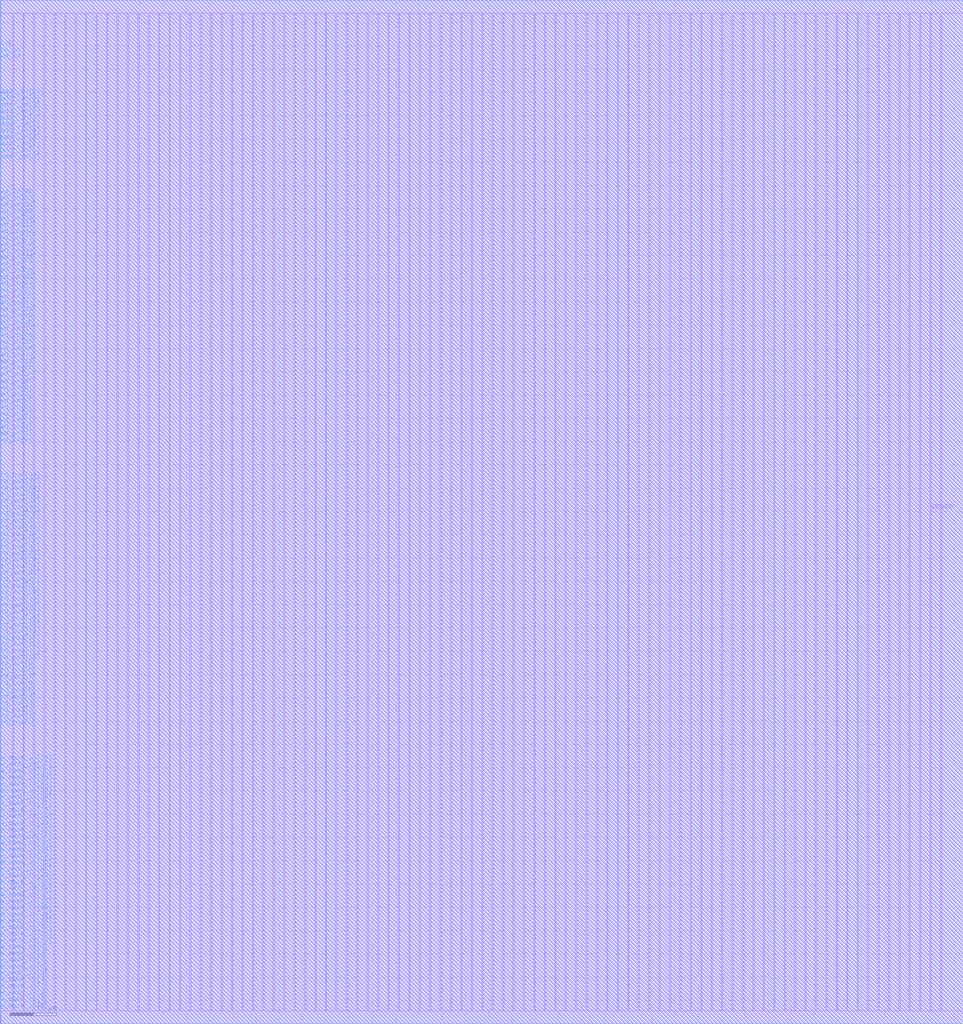
<source format=lef>
VERSION 5.7 ;
BUSBITCHARS "[]" ;
MACRO fakeram45_2048x39_bottom
  FOREIGN fakeram45_2048x39_bottom 0 0 ;
  SYMMETRY X Y R90 ;
  SIZE 0.19 BY 1.4 ;
  CLASS BLOCK ;
  PIN w_mask_in[0]
    DIRECTION INPUT ;
    USE SIGNAL ;
    SHAPE ABUTMENT ;
    PORT
      LAYER metal3 ;
      RECT 0.000 2.800 0.070 2.870 ;
    END
  END w_mask_in[0]
  PIN w_mask_in[1]
    DIRECTION INPUT ;
    USE SIGNAL ;
    SHAPE ABUTMENT ;
    PORT
      LAYER metal3 ;
      RECT 0.000 4.200 0.070 4.270 ;
    END
  END w_mask_in[1]
  PIN w_mask_in[2]
    DIRECTION INPUT ;
    USE SIGNAL ;
    SHAPE ABUTMENT ;
    PORT
      LAYER metal3 ;
      RECT 0.000 5.600 0.070 5.670 ;
    END
  END w_mask_in[2]
  PIN w_mask_in[3]
    DIRECTION INPUT ;
    USE SIGNAL ;
    SHAPE ABUTMENT ;
    PORT
      LAYER metal3 ;
      RECT 0.000 7.000 0.070 7.070 ;
    END
  END w_mask_in[3]
  PIN w_mask_in[4]
    DIRECTION INPUT ;
    USE SIGNAL ;
    SHAPE ABUTMENT ;
    PORT
      LAYER metal3 ;
      RECT 0.000 8.400 0.070 8.470 ;
    END
  END w_mask_in[4]
  PIN w_mask_in[5]
    DIRECTION INPUT ;
    USE SIGNAL ;
    SHAPE ABUTMENT ;
    PORT
      LAYER metal3 ;
      RECT 0.000 9.800 0.070 9.870 ;
    END
  END w_mask_in[5]
  PIN w_mask_in[6]
    DIRECTION INPUT ;
    USE SIGNAL ;
    SHAPE ABUTMENT ;
    PORT
      LAYER metal3 ;
      RECT 0.000 11.200 0.070 11.270 ;
    END
  END w_mask_in[6]
  PIN w_mask_in[7]
    DIRECTION INPUT ;
    USE SIGNAL ;
    SHAPE ABUTMENT ;
    PORT
      LAYER metal3 ;
      RECT 0.000 12.600 0.070 12.670 ;
    END
  END w_mask_in[7]
  PIN w_mask_in[8]
    DIRECTION INPUT ;
    USE SIGNAL ;
    SHAPE ABUTMENT ;
    PORT
      LAYER metal3 ;
      RECT 0.000 14.000 0.070 14.070 ;
    END
  END w_mask_in[8]
  PIN w_mask_in[9]
    DIRECTION INPUT ;
    USE SIGNAL ;
    SHAPE ABUTMENT ;
    PORT
      LAYER metal3 ;
      RECT 0.000 15.400 0.070 15.470 ;
    END
  END w_mask_in[9]
  PIN w_mask_in[10]
    DIRECTION INPUT ;
    USE SIGNAL ;
    SHAPE ABUTMENT ;
    PORT
      LAYER metal3 ;
      RECT 0.000 16.800 0.070 16.870 ;
    END
  END w_mask_in[10]
  PIN w_mask_in[11]
    DIRECTION INPUT ;
    USE SIGNAL ;
    SHAPE ABUTMENT ;
    PORT
      LAYER metal3 ;
      RECT 0.000 18.200 0.070 18.270 ;
    END
  END w_mask_in[11]
  PIN w_mask_in[12]
    DIRECTION INPUT ;
    USE SIGNAL ;
    SHAPE ABUTMENT ;
    PORT
      LAYER metal3 ;
      RECT 0.000 19.600 0.070 19.670 ;
    END
  END w_mask_in[12]
  PIN w_mask_in[13]
    DIRECTION INPUT ;
    USE SIGNAL ;
    SHAPE ABUTMENT ;
    PORT
      LAYER metal3 ;
      RECT 0.000 21.000 0.070 21.070 ;
    END
  END w_mask_in[13]
  PIN w_mask_in[14]
    DIRECTION INPUT ;
    USE SIGNAL ;
    SHAPE ABUTMENT ;
    PORT
      LAYER metal3 ;
      RECT 0.000 22.400 0.070 22.470 ;
    END
  END w_mask_in[14]
  PIN w_mask_in[15]
    DIRECTION INPUT ;
    USE SIGNAL ;
    SHAPE ABUTMENT ;
    PORT
      LAYER metal3 ;
      RECT 0.000 23.800 0.070 23.870 ;
    END
  END w_mask_in[15]
  PIN w_mask_in[16]
    DIRECTION INPUT ;
    USE SIGNAL ;
    SHAPE ABUTMENT ;
    PORT
      LAYER metal3 ;
      RECT 0.000 25.200 0.070 25.270 ;
    END
  END w_mask_in[16]
  PIN w_mask_in[17]
    DIRECTION INPUT ;
    USE SIGNAL ;
    SHAPE ABUTMENT ;
    PORT
      LAYER metal3 ;
      RECT 0.000 26.600 0.070 26.670 ;
    END
  END w_mask_in[17]
  PIN w_mask_in[18]
    DIRECTION INPUT ;
    USE SIGNAL ;
    SHAPE ABUTMENT ;
    PORT
      LAYER metal3 ;
      RECT 0.000 28.000 0.070 28.070 ;
    END
  END w_mask_in[18]
  PIN w_mask_in[19]
    DIRECTION INPUT ;
    USE SIGNAL ;
    SHAPE ABUTMENT ;
    PORT
      LAYER metal3 ;
      RECT 0.000 29.400 0.070 29.470 ;
    END
  END w_mask_in[19]
  PIN w_mask_in[20]
    DIRECTION INPUT ;
    USE SIGNAL ;
    SHAPE ABUTMENT ;
    PORT
      LAYER metal3 ;
      RECT 0.000 30.800 0.070 30.870 ;
    END
  END w_mask_in[20]
  PIN w_mask_in[21]
    DIRECTION INPUT ;
    USE SIGNAL ;
    SHAPE ABUTMENT ;
    PORT
      LAYER metal3 ;
      RECT 0.000 32.200 0.070 32.270 ;
    END
  END w_mask_in[21]
  PIN w_mask_in[22]
    DIRECTION INPUT ;
    USE SIGNAL ;
    SHAPE ABUTMENT ;
    PORT
      LAYER metal3 ;
      RECT 0.000 33.600 0.070 33.670 ;
    END
  END w_mask_in[22]
  PIN w_mask_in[23]
    DIRECTION INPUT ;
    USE SIGNAL ;
    SHAPE ABUTMENT ;
    PORT
      LAYER metal3 ;
      RECT 0.000 35.000 0.070 35.070 ;
    END
  END w_mask_in[23]
  PIN w_mask_in[24]
    DIRECTION INPUT ;
    USE SIGNAL ;
    SHAPE ABUTMENT ;
    PORT
      LAYER metal3 ;
      RECT 0.000 36.400 0.070 36.470 ;
    END
  END w_mask_in[24]
  PIN w_mask_in[25]
    DIRECTION INPUT ;
    USE SIGNAL ;
    SHAPE ABUTMENT ;
    PORT
      LAYER metal3 ;
      RECT 0.000 37.800 0.070 37.870 ;
    END
  END w_mask_in[25]
  PIN w_mask_in[26]
    DIRECTION INPUT ;
    USE SIGNAL ;
    SHAPE ABUTMENT ;
    PORT
      LAYER metal3 ;
      RECT 0.000 39.200 0.070 39.270 ;
    END
  END w_mask_in[26]
  PIN w_mask_in[27]
    DIRECTION INPUT ;
    USE SIGNAL ;
    SHAPE ABUTMENT ;
    PORT
      LAYER metal3 ;
      RECT 0.000 40.600 0.070 40.670 ;
    END
  END w_mask_in[27]
  PIN w_mask_in[28]
    DIRECTION INPUT ;
    USE SIGNAL ;
    SHAPE ABUTMENT ;
    PORT
      LAYER metal3 ;
      RECT 0.000 42.000 0.070 42.070 ;
    END
  END w_mask_in[28]
  PIN w_mask_in[29]
    DIRECTION INPUT ;
    USE SIGNAL ;
    SHAPE ABUTMENT ;
    PORT
      LAYER metal3 ;
      RECT 0.000 43.400 0.070 43.470 ;
    END
  END w_mask_in[29]
  PIN w_mask_in[30]
    DIRECTION INPUT ;
    USE SIGNAL ;
    SHAPE ABUTMENT ;
    PORT
      LAYER metal3 ;
      RECT 0.000 44.800 0.070 44.870 ;
    END
  END w_mask_in[30]
  PIN w_mask_in[31]
    DIRECTION INPUT ;
    USE SIGNAL ;
    SHAPE ABUTMENT ;
    PORT
      LAYER metal3 ;
      RECT 0.000 46.200 0.070 46.270 ;
    END
  END w_mask_in[31]
  PIN w_mask_in[32]
    DIRECTION INPUT ;
    USE SIGNAL ;
    SHAPE ABUTMENT ;
    PORT
      LAYER metal3 ;
      RECT 0.000 47.600 0.070 47.670 ;
    END
  END w_mask_in[32]
  PIN w_mask_in[33]
    DIRECTION INPUT ;
    USE SIGNAL ;
    SHAPE ABUTMENT ;
    PORT
      LAYER metal3 ;
      RECT 0.000 49.000 0.070 49.070 ;
    END
  END w_mask_in[33]
  PIN w_mask_in[34]
    DIRECTION INPUT ;
    USE SIGNAL ;
    SHAPE ABUTMENT ;
    PORT
      LAYER metal3 ;
      RECT 0.000 50.400 0.070 50.470 ;
    END
  END w_mask_in[34]
  PIN w_mask_in[35]
    DIRECTION INPUT ;
    USE SIGNAL ;
    SHAPE ABUTMENT ;
    PORT
      LAYER metal3 ;
      RECT 0.000 51.800 0.070 51.870 ;
    END
  END w_mask_in[35]
  PIN w_mask_in[36]
    DIRECTION INPUT ;
    USE SIGNAL ;
    SHAPE ABUTMENT ;
    PORT
      LAYER metal3 ;
      RECT 0.000 53.200 0.070 53.270 ;
    END
  END w_mask_in[36]
  PIN w_mask_in[37]
    DIRECTION INPUT ;
    USE SIGNAL ;
    SHAPE ABUTMENT ;
    PORT
      LAYER metal3 ;
      RECT 0.000 54.600 0.070 54.670 ;
    END
  END w_mask_in[37]
  PIN w_mask_in[38]
    DIRECTION INPUT ;
    USE SIGNAL ;
    SHAPE ABUTMENT ;
    PORT
      LAYER metal3 ;
      RECT 0.000 56.000 0.070 56.070 ;
    END
  END w_mask_in[38]
  PIN rd_out[0]
    DIRECTION OUTPUT ;
    USE SIGNAL ;
    SHAPE ABUTMENT ;
    PORT
      LAYER metal3 ;
      RECT 0.000 63.560 0.070 63.630 ;
    END
  END rd_out[0]
  PIN rd_out[1]
    DIRECTION OUTPUT ;
    USE SIGNAL ;
    SHAPE ABUTMENT ;
    PORT
      LAYER metal3 ;
      RECT 0.000 64.960 0.070 65.030 ;
    END
  END rd_out[1]
  PIN rd_out[2]
    DIRECTION OUTPUT ;
    USE SIGNAL ;
    SHAPE ABUTMENT ;
    PORT
      LAYER metal3 ;
      RECT 0.000 66.360 0.070 66.430 ;
    END
  END rd_out[2]
  PIN rd_out[3]
    DIRECTION OUTPUT ;
    USE SIGNAL ;
    SHAPE ABUTMENT ;
    PORT
      LAYER metal3 ;
      RECT 0.000 67.760 0.070 67.830 ;
    END
  END rd_out[3]
  PIN rd_out[4]
    DIRECTION OUTPUT ;
    USE SIGNAL ;
    SHAPE ABUTMENT ;
    PORT
      LAYER metal3 ;
      RECT 0.000 69.160 0.070 69.230 ;
    END
  END rd_out[4]
  PIN rd_out[5]
    DIRECTION OUTPUT ;
    USE SIGNAL ;
    SHAPE ABUTMENT ;
    PORT
      LAYER metal3 ;
      RECT 0.000 70.560 0.070 70.630 ;
    END
  END rd_out[5]
  PIN rd_out[6]
    DIRECTION OUTPUT ;
    USE SIGNAL ;
    SHAPE ABUTMENT ;
    PORT
      LAYER metal3 ;
      RECT 0.000 71.960 0.070 72.030 ;
    END
  END rd_out[6]
  PIN rd_out[7]
    DIRECTION OUTPUT ;
    USE SIGNAL ;
    SHAPE ABUTMENT ;
    PORT
      LAYER metal3 ;
      RECT 0.000 73.360 0.070 73.430 ;
    END
  END rd_out[7]
  PIN rd_out[8]
    DIRECTION OUTPUT ;
    USE SIGNAL ;
    SHAPE ABUTMENT ;
    PORT
      LAYER metal3 ;
      RECT 0.000 74.760 0.070 74.830 ;
    END
  END rd_out[8]
  PIN rd_out[9]
    DIRECTION OUTPUT ;
    USE SIGNAL ;
    SHAPE ABUTMENT ;
    PORT
      LAYER metal3 ;
      RECT 0.000 76.160 0.070 76.230 ;
    END
  END rd_out[9]
  PIN rd_out[10]
    DIRECTION OUTPUT ;
    USE SIGNAL ;
    SHAPE ABUTMENT ;
    PORT
      LAYER metal3 ;
      RECT 0.000 77.560 0.070 77.630 ;
    END
  END rd_out[10]
  PIN rd_out[11]
    DIRECTION OUTPUT ;
    USE SIGNAL ;
    SHAPE ABUTMENT ;
    PORT
      LAYER metal3 ;
      RECT 0.000 78.960 0.070 79.030 ;
    END
  END rd_out[11]
  PIN rd_out[12]
    DIRECTION OUTPUT ;
    USE SIGNAL ;
    SHAPE ABUTMENT ;
    PORT
      LAYER metal3 ;
      RECT 0.000 80.360 0.070 80.430 ;
    END
  END rd_out[12]
  PIN rd_out[13]
    DIRECTION OUTPUT ;
    USE SIGNAL ;
    SHAPE ABUTMENT ;
    PORT
      LAYER metal3 ;
      RECT 0.000 81.760 0.070 81.830 ;
    END
  END rd_out[13]
  PIN rd_out[14]
    DIRECTION OUTPUT ;
    USE SIGNAL ;
    SHAPE ABUTMENT ;
    PORT
      LAYER metal3 ;
      RECT 0.000 83.160 0.070 83.230 ;
    END
  END rd_out[14]
  PIN rd_out[15]
    DIRECTION OUTPUT ;
    USE SIGNAL ;
    SHAPE ABUTMENT ;
    PORT
      LAYER metal3 ;
      RECT 0.000 84.560 0.070 84.630 ;
    END
  END rd_out[15]
  PIN rd_out[16]
    DIRECTION OUTPUT ;
    USE SIGNAL ;
    SHAPE ABUTMENT ;
    PORT
      LAYER metal3 ;
      RECT 0.000 85.960 0.070 86.030 ;
    END
  END rd_out[16]
  PIN rd_out[17]
    DIRECTION OUTPUT ;
    USE SIGNAL ;
    SHAPE ABUTMENT ;
    PORT
      LAYER metal3 ;
      RECT 0.000 87.360 0.070 87.430 ;
    END
  END rd_out[17]
  PIN rd_out[18]
    DIRECTION OUTPUT ;
    USE SIGNAL ;
    SHAPE ABUTMENT ;
    PORT
      LAYER metal3 ;
      RECT 0.000 88.760 0.070 88.830 ;
    END
  END rd_out[18]
  PIN rd_out[19]
    DIRECTION OUTPUT ;
    USE SIGNAL ;
    SHAPE ABUTMENT ;
    PORT
      LAYER metal3 ;
      RECT 0.000 90.160 0.070 90.230 ;
    END
  END rd_out[19]
  PIN rd_out[20]
    DIRECTION OUTPUT ;
    USE SIGNAL ;
    SHAPE ABUTMENT ;
    PORT
      LAYER metal3 ;
      RECT 0.000 91.560 0.070 91.630 ;
    END
  END rd_out[20]
  PIN rd_out[21]
    DIRECTION OUTPUT ;
    USE SIGNAL ;
    SHAPE ABUTMENT ;
    PORT
      LAYER metal3 ;
      RECT 0.000 92.960 0.070 93.030 ;
    END
  END rd_out[21]
  PIN rd_out[22]
    DIRECTION OUTPUT ;
    USE SIGNAL ;
    SHAPE ABUTMENT ;
    PORT
      LAYER metal3 ;
      RECT 0.000 94.360 0.070 94.430 ;
    END
  END rd_out[22]
  PIN rd_out[23]
    DIRECTION OUTPUT ;
    USE SIGNAL ;
    SHAPE ABUTMENT ;
    PORT
      LAYER metal3 ;
      RECT 0.000 95.760 0.070 95.830 ;
    END
  END rd_out[23]
  PIN rd_out[24]
    DIRECTION OUTPUT ;
    USE SIGNAL ;
    SHAPE ABUTMENT ;
    PORT
      LAYER metal3 ;
      RECT 0.000 97.160 0.070 97.230 ;
    END
  END rd_out[24]
  PIN rd_out[25]
    DIRECTION OUTPUT ;
    USE SIGNAL ;
    SHAPE ABUTMENT ;
    PORT
      LAYER metal3 ;
      RECT 0.000 98.560 0.070 98.630 ;
    END
  END rd_out[25]
  PIN rd_out[26]
    DIRECTION OUTPUT ;
    USE SIGNAL ;
    SHAPE ABUTMENT ;
    PORT
      LAYER metal3 ;
      RECT 0.000 99.960 0.070 100.030 ;
    END
  END rd_out[26]
  PIN rd_out[27]
    DIRECTION OUTPUT ;
    USE SIGNAL ;
    SHAPE ABUTMENT ;
    PORT
      LAYER metal3 ;
      RECT 0.000 101.360 0.070 101.430 ;
    END
  END rd_out[27]
  PIN rd_out[28]
    DIRECTION OUTPUT ;
    USE SIGNAL ;
    SHAPE ABUTMENT ;
    PORT
      LAYER metal3 ;
      RECT 0.000 102.760 0.070 102.830 ;
    END
  END rd_out[28]
  PIN rd_out[29]
    DIRECTION OUTPUT ;
    USE SIGNAL ;
    SHAPE ABUTMENT ;
    PORT
      LAYER metal3 ;
      RECT 0.000 104.160 0.070 104.230 ;
    END
  END rd_out[29]
  PIN rd_out[30]
    DIRECTION OUTPUT ;
    USE SIGNAL ;
    SHAPE ABUTMENT ;
    PORT
      LAYER metal3 ;
      RECT 0.000 105.560 0.070 105.630 ;
    END
  END rd_out[30]
  PIN rd_out[31]
    DIRECTION OUTPUT ;
    USE SIGNAL ;
    SHAPE ABUTMENT ;
    PORT
      LAYER metal3 ;
      RECT 0.000 106.960 0.070 107.030 ;
    END
  END rd_out[31]
  PIN rd_out[32]
    DIRECTION OUTPUT ;
    USE SIGNAL ;
    SHAPE ABUTMENT ;
    PORT
      LAYER metal3 ;
      RECT 0.000 108.360 0.070 108.430 ;
    END
  END rd_out[32]
  PIN rd_out[33]
    DIRECTION OUTPUT ;
    USE SIGNAL ;
    SHAPE ABUTMENT ;
    PORT
      LAYER metal3 ;
      RECT 0.000 109.760 0.070 109.830 ;
    END
  END rd_out[33]
  PIN rd_out[34]
    DIRECTION OUTPUT ;
    USE SIGNAL ;
    SHAPE ABUTMENT ;
    PORT
      LAYER metal3 ;
      RECT 0.000 111.160 0.070 111.230 ;
    END
  END rd_out[34]
  PIN rd_out[35]
    DIRECTION OUTPUT ;
    USE SIGNAL ;
    SHAPE ABUTMENT ;
    PORT
      LAYER metal3 ;
      RECT 0.000 112.560 0.070 112.630 ;
    END
  END rd_out[35]
  PIN rd_out[36]
    DIRECTION OUTPUT ;
    USE SIGNAL ;
    SHAPE ABUTMENT ;
    PORT
      LAYER metal3 ;
      RECT 0.000 113.960 0.070 114.030 ;
    END
  END rd_out[36]
  PIN rd_out[37]
    DIRECTION OUTPUT ;
    USE SIGNAL ;
    SHAPE ABUTMENT ;
    PORT
      LAYER metal3 ;
      RECT 0.000 115.360 0.070 115.430 ;
    END
  END rd_out[37]
  PIN rd_out[38]
    DIRECTION OUTPUT ;
    USE SIGNAL ;
    SHAPE ABUTMENT ;
    PORT
      LAYER metal3 ;
      RECT 0.000 116.760 0.070 116.830 ;
    END
  END rd_out[38]
  PIN wd_in[0]
    DIRECTION INPUT ;
    USE SIGNAL ;
    SHAPE ABUTMENT ;
    PORT
      LAYER metal3 ;
      RECT 0.000 124.320 0.070 124.390 ;
    END
  END wd_in[0]
  PIN wd_in[1]
    DIRECTION INPUT ;
    USE SIGNAL ;
    SHAPE ABUTMENT ;
    PORT
      LAYER metal3 ;
      RECT 0.000 125.720 0.070 125.790 ;
    END
  END wd_in[1]
  PIN wd_in[2]
    DIRECTION INPUT ;
    USE SIGNAL ;
    SHAPE ABUTMENT ;
    PORT
      LAYER metal3 ;
      RECT 0.000 127.120 0.070 127.190 ;
    END
  END wd_in[2]
  PIN wd_in[3]
    DIRECTION INPUT ;
    USE SIGNAL ;
    SHAPE ABUTMENT ;
    PORT
      LAYER metal3 ;
      RECT 0.000 128.520 0.070 128.590 ;
    END
  END wd_in[3]
  PIN wd_in[4]
    DIRECTION INPUT ;
    USE SIGNAL ;
    SHAPE ABUTMENT ;
    PORT
      LAYER metal3 ;
      RECT 0.000 129.920 0.070 129.990 ;
    END
  END wd_in[4]
  PIN wd_in[5]
    DIRECTION INPUT ;
    USE SIGNAL ;
    SHAPE ABUTMENT ;
    PORT
      LAYER metal3 ;
      RECT 0.000 131.320 0.070 131.390 ;
    END
  END wd_in[5]
  PIN wd_in[6]
    DIRECTION INPUT ;
    USE SIGNAL ;
    SHAPE ABUTMENT ;
    PORT
      LAYER metal3 ;
      RECT 0.000 132.720 0.070 132.790 ;
    END
  END wd_in[6]
  PIN wd_in[7]
    DIRECTION INPUT ;
    USE SIGNAL ;
    SHAPE ABUTMENT ;
    PORT
      LAYER metal3 ;
      RECT 0.000 134.120 0.070 134.190 ;
    END
  END wd_in[7]
  PIN wd_in[8]
    DIRECTION INPUT ;
    USE SIGNAL ;
    SHAPE ABUTMENT ;
    PORT
      LAYER metal3 ;
      RECT 0.000 135.520 0.070 135.590 ;
    END
  END wd_in[8]
  PIN wd_in[9]
    DIRECTION INPUT ;
    USE SIGNAL ;
    SHAPE ABUTMENT ;
    PORT
      LAYER metal3 ;
      RECT 0.000 136.920 0.070 136.990 ;
    END
  END wd_in[9]
  PIN wd_in[10]
    DIRECTION INPUT ;
    USE SIGNAL ;
    SHAPE ABUTMENT ;
    PORT
      LAYER metal3 ;
      RECT 0.000 138.320 0.070 138.390 ;
    END
  END wd_in[10]
  PIN wd_in[11]
    DIRECTION INPUT ;
    USE SIGNAL ;
    SHAPE ABUTMENT ;
    PORT
      LAYER metal3 ;
      RECT 0.000 139.720 0.070 139.790 ;
    END
  END wd_in[11]
  PIN wd_in[12]
    DIRECTION INPUT ;
    USE SIGNAL ;
    SHAPE ABUTMENT ;
    PORT
      LAYER metal3 ;
      RECT 0.000 141.120 0.070 141.190 ;
    END
  END wd_in[12]
  PIN wd_in[13]
    DIRECTION INPUT ;
    USE SIGNAL ;
    SHAPE ABUTMENT ;
    PORT
      LAYER metal3 ;
      RECT 0.000 142.520 0.070 142.590 ;
    END
  END wd_in[13]
  PIN wd_in[14]
    DIRECTION INPUT ;
    USE SIGNAL ;
    SHAPE ABUTMENT ;
    PORT
      LAYER metal3 ;
      RECT 0.000 143.920 0.070 143.990 ;
    END
  END wd_in[14]
  PIN wd_in[15]
    DIRECTION INPUT ;
    USE SIGNAL ;
    SHAPE ABUTMENT ;
    PORT
      LAYER metal3 ;
      RECT 0.000 145.320 0.070 145.390 ;
    END
  END wd_in[15]
  PIN wd_in[16]
    DIRECTION INPUT ;
    USE SIGNAL ;
    SHAPE ABUTMENT ;
    PORT
      LAYER metal3 ;
      RECT 0.000 146.720 0.070 146.790 ;
    END
  END wd_in[16]
  PIN wd_in[17]
    DIRECTION INPUT ;
    USE SIGNAL ;
    SHAPE ABUTMENT ;
    PORT
      LAYER metal3 ;
      RECT 0.000 148.120 0.070 148.190 ;
    END
  END wd_in[17]
  PIN wd_in[18]
    DIRECTION INPUT ;
    USE SIGNAL ;
    SHAPE ABUTMENT ;
    PORT
      LAYER metal3 ;
      RECT 0.000 149.520 0.070 149.590 ;
    END
  END wd_in[18]
  PIN wd_in[19]
    DIRECTION INPUT ;
    USE SIGNAL ;
    SHAPE ABUTMENT ;
    PORT
      LAYER metal3 ;
      RECT 0.000 150.920 0.070 150.990 ;
    END
  END wd_in[19]
  PIN wd_in[20]
    DIRECTION INPUT ;
    USE SIGNAL ;
    SHAPE ABUTMENT ;
    PORT
      LAYER metal3 ;
      RECT 0.000 152.320 0.070 152.390 ;
    END
  END wd_in[20]
  PIN wd_in[21]
    DIRECTION INPUT ;
    USE SIGNAL ;
    SHAPE ABUTMENT ;
    PORT
      LAYER metal3 ;
      RECT 0.000 153.720 0.070 153.790 ;
    END
  END wd_in[21]
  PIN wd_in[22]
    DIRECTION INPUT ;
    USE SIGNAL ;
    SHAPE ABUTMENT ;
    PORT
      LAYER metal3 ;
      RECT 0.000 155.120 0.070 155.190 ;
    END
  END wd_in[22]
  PIN wd_in[23]
    DIRECTION INPUT ;
    USE SIGNAL ;
    SHAPE ABUTMENT ;
    PORT
      LAYER metal3 ;
      RECT 0.000 156.520 0.070 156.590 ;
    END
  END wd_in[23]
  PIN wd_in[24]
    DIRECTION INPUT ;
    USE SIGNAL ;
    SHAPE ABUTMENT ;
    PORT
      LAYER metal3 ;
      RECT 0.000 157.920 0.070 157.990 ;
    END
  END wd_in[24]
  PIN wd_in[25]
    DIRECTION INPUT ;
    USE SIGNAL ;
    SHAPE ABUTMENT ;
    PORT
      LAYER metal3 ;
      RECT 0.000 159.320 0.070 159.390 ;
    END
  END wd_in[25]
  PIN wd_in[26]
    DIRECTION INPUT ;
    USE SIGNAL ;
    SHAPE ABUTMENT ;
    PORT
      LAYER metal3 ;
      RECT 0.000 160.720 0.070 160.790 ;
    END
  END wd_in[26]
  PIN wd_in[27]
    DIRECTION INPUT ;
    USE SIGNAL ;
    SHAPE ABUTMENT ;
    PORT
      LAYER metal3 ;
      RECT 0.000 162.120 0.070 162.190 ;
    END
  END wd_in[27]
  PIN wd_in[28]
    DIRECTION INPUT ;
    USE SIGNAL ;
    SHAPE ABUTMENT ;
    PORT
      LAYER metal3 ;
      RECT 0.000 163.520 0.070 163.590 ;
    END
  END wd_in[28]
  PIN wd_in[29]
    DIRECTION INPUT ;
    USE SIGNAL ;
    SHAPE ABUTMENT ;
    PORT
      LAYER metal3 ;
      RECT 0.000 164.920 0.070 164.990 ;
    END
  END wd_in[29]
  PIN wd_in[30]
    DIRECTION INPUT ;
    USE SIGNAL ;
    SHAPE ABUTMENT ;
    PORT
      LAYER metal3 ;
      RECT 0.000 166.320 0.070 166.390 ;
    END
  END wd_in[30]
  PIN wd_in[31]
    DIRECTION INPUT ;
    USE SIGNAL ;
    SHAPE ABUTMENT ;
    PORT
      LAYER metal3 ;
      RECT 0.000 167.720 0.070 167.790 ;
    END
  END wd_in[31]
  PIN wd_in[32]
    DIRECTION INPUT ;
    USE SIGNAL ;
    SHAPE ABUTMENT ;
    PORT
      LAYER metal3 ;
      RECT 0.000 169.120 0.070 169.190 ;
    END
  END wd_in[32]
  PIN wd_in[33]
    DIRECTION INPUT ;
    USE SIGNAL ;
    SHAPE ABUTMENT ;
    PORT
      LAYER metal3 ;
      RECT 0.000 170.520 0.070 170.590 ;
    END
  END wd_in[33]
  PIN wd_in[34]
    DIRECTION INPUT ;
    USE SIGNAL ;
    SHAPE ABUTMENT ;
    PORT
      LAYER metal3 ;
      RECT 0.000 171.920 0.070 171.990 ;
    END
  END wd_in[34]
  PIN wd_in[35]
    DIRECTION INPUT ;
    USE SIGNAL ;
    SHAPE ABUTMENT ;
    PORT
      LAYER metal3 ;
      RECT 0.000 173.320 0.070 173.390 ;
    END
  END wd_in[35]
  PIN wd_in[36]
    DIRECTION INPUT ;
    USE SIGNAL ;
    SHAPE ABUTMENT ;
    PORT
      LAYER metal3 ;
      RECT 0.000 174.720 0.070 174.790 ;
    END
  END wd_in[36]
  PIN wd_in[37]
    DIRECTION INPUT ;
    USE SIGNAL ;
    SHAPE ABUTMENT ;
    PORT
      LAYER metal3 ;
      RECT 0.000 176.120 0.070 176.190 ;
    END
  END wd_in[37]
  PIN wd_in[38]
    DIRECTION INPUT ;
    USE SIGNAL ;
    SHAPE ABUTMENT ;
    PORT
      LAYER metal3 ;
      RECT 0.000 177.520 0.070 177.590 ;
    END
  END wd_in[38]
  PIN addr_in[0]
    DIRECTION INPUT ;
    USE SIGNAL ;
    SHAPE ABUTMENT ;
    PORT
      LAYER metal3 ;
      RECT 0.000 185.080 0.070 185.150 ;
    END
  END addr_in[0]
  PIN addr_in[1]
    DIRECTION INPUT ;
    USE SIGNAL ;
    SHAPE ABUTMENT ;
    PORT
      LAYER metal3 ;
      RECT 0.000 186.480 0.070 186.550 ;
    END
  END addr_in[1]
  PIN addr_in[2]
    DIRECTION INPUT ;
    USE SIGNAL ;
    SHAPE ABUTMENT ;
    PORT
      LAYER metal3 ;
      RECT 0.000 187.880 0.070 187.950 ;
    END
  END addr_in[2]
  PIN addr_in[3]
    DIRECTION INPUT ;
    USE SIGNAL ;
    SHAPE ABUTMENT ;
    PORT
      LAYER metal3 ;
      RECT 0.000 189.280 0.070 189.350 ;
    END
  END addr_in[3]
  PIN addr_in[4]
    DIRECTION INPUT ;
    USE SIGNAL ;
    SHAPE ABUTMENT ;
    PORT
      LAYER metal3 ;
      RECT 0.000 190.680 0.070 190.750 ;
    END
  END addr_in[4]
  PIN addr_in[5]
    DIRECTION INPUT ;
    USE SIGNAL ;
    SHAPE ABUTMENT ;
    PORT
      LAYER metal3 ;
      RECT 0.000 192.080 0.070 192.150 ;
    END
  END addr_in[5]
  PIN addr_in[6]
    DIRECTION INPUT ;
    USE SIGNAL ;
    SHAPE ABUTMENT ;
    PORT
      LAYER metal3 ;
      RECT 0.000 193.480 0.070 193.550 ;
    END
  END addr_in[6]
  PIN addr_in[7]
    DIRECTION INPUT ;
    USE SIGNAL ;
    SHAPE ABUTMENT ;
    PORT
      LAYER metal3 ;
      RECT 0.000 194.880 0.070 194.950 ;
    END
  END addr_in[7]
  PIN addr_in[8]
    DIRECTION INPUT ;
    USE SIGNAL ;
    SHAPE ABUTMENT ;
    PORT
      LAYER metal3 ;
      RECT 0.000 196.280 0.070 196.350 ;
    END
  END addr_in[8]
  PIN addr_in[9]
    DIRECTION INPUT ;
    USE SIGNAL ;
    SHAPE ABUTMENT ;
    PORT
      LAYER metal3 ;
      RECT 0.000 197.680 0.070 197.750 ;
    END
  END addr_in[9]
  PIN addr_in[10]
    DIRECTION INPUT ;
    USE SIGNAL ;
    SHAPE ABUTMENT ;
    PORT
      LAYER metal3 ;
      RECT 0.000 199.080 0.070 199.150 ;
    END
  END addr_in[10]
  PIN we_in
    DIRECTION INPUT ;
    USE SIGNAL ;
    SHAPE ABUTMENT ;
    PORT
      LAYER metal3 ;
      RECT 0.000 206.640 0.070 206.710 ;
    END
  END we_in
  PIN ce_in
    DIRECTION INPUT ;
    USE SIGNAL ;
    SHAPE ABUTMENT ;
    PORT
      LAYER metal3 ;
      RECT 0.000 208.040 0.070 208.110 ;
    END
  END ce_in
  PIN clk
    DIRECTION INPUT ;
    USE SIGNAL ;
    SHAPE ABUTMENT ;
    PORT
      LAYER metal3 ;
      RECT 0.000 209.440 0.070 209.510 ;
    END
  END clk
  PIN VSS
    DIRECTION INOUT ;
    USE GROUND ;
    PORT
      LAYER metal17 ;
      RECT 2.660 2.800 2.940 217.000 ;
      RECT 7.140 2.800 7.420 217.000 ;
      RECT 11.620 2.800 11.900 217.000 ;
      RECT 16.100 2.800 16.380 217.000 ;
      RECT 20.580 2.800 20.860 217.000 ;
      RECT 25.060 2.800 25.340 217.000 ;
      RECT 29.540 2.800 29.820 217.000 ;
      RECT 34.020 2.800 34.300 217.000 ;
      RECT 38.500 2.800 38.780 217.000 ;
      RECT 42.980 2.800 43.260 217.000 ;
      RECT 47.460 2.800 47.740 217.000 ;
      RECT 51.940 2.800 52.220 217.000 ;
      RECT 56.420 2.800 56.700 217.000 ;
      RECT 60.900 2.800 61.180 217.000 ;
      RECT 65.380 2.800 65.660 217.000 ;
      RECT 69.860 2.800 70.140 217.000 ;
      RECT 74.340 2.800 74.620 217.000 ;
      RECT 78.820 2.800 79.100 217.000 ;
      RECT 83.300 2.800 83.580 217.000 ;
      RECT 87.780 2.800 88.060 217.000 ;
      RECT 92.260 2.800 92.540 217.000 ;
      RECT 96.740 2.800 97.020 217.000 ;
      RECT 101.220 2.800 101.500 217.000 ;
      RECT 105.700 2.800 105.980 217.000 ;
      RECT 110.180 2.800 110.460 217.000 ;
      RECT 114.660 2.800 114.940 217.000 ;
      RECT 119.140 2.800 119.420 217.000 ;
      RECT 123.620 2.800 123.900 217.000 ;
      RECT 128.100 2.800 128.380 217.000 ;
      RECT 132.580 2.800 132.860 217.000 ;
      RECT 137.060 2.800 137.340 217.000 ;
      RECT 141.540 2.800 141.820 217.000 ;
      RECT 146.020 2.800 146.300 217.000 ;
      RECT 150.500 2.800 150.780 217.000 ;
      RECT 154.980 2.800 155.260 217.000 ;
      RECT 159.460 2.800 159.740 217.000 ;
      RECT 163.940 2.800 164.220 217.000 ;
      RECT 168.420 2.800 168.700 217.000 ;
      RECT 172.900 2.800 173.180 217.000 ;
      RECT 177.380 2.800 177.660 217.000 ;
      RECT 181.860 2.800 182.140 217.000 ;
      RECT 186.340 2.800 186.620 217.000 ;
      RECT 190.820 2.800 191.100 217.000 ;
      RECT 195.300 2.800 195.580 217.000 ;
      RECT 199.780 2.800 200.060 217.000 ;
    END
  END VSS
  PIN VDD
    DIRECTION INOUT ;
    USE POWER ;
    PORT
      LAYER metal17 ;
      RECT 4.900 2.800 5.180 217.000 ;
      RECT 9.380 2.800 9.660 217.000 ;
      RECT 13.860 2.800 14.140 217.000 ;
      RECT 18.340 2.800 18.620 217.000 ;
      RECT 22.820 2.800 23.100 217.000 ;
      RECT 27.300 2.800 27.580 217.000 ;
      RECT 31.780 2.800 32.060 217.000 ;
      RECT 36.260 2.800 36.540 217.000 ;
      RECT 40.740 2.800 41.020 217.000 ;
      RECT 45.220 2.800 45.500 217.000 ;
      RECT 49.700 2.800 49.980 217.000 ;
      RECT 54.180 2.800 54.460 217.000 ;
      RECT 58.660 2.800 58.940 217.000 ;
      RECT 63.140 2.800 63.420 217.000 ;
      RECT 67.620 2.800 67.900 217.000 ;
      RECT 72.100 2.800 72.380 217.000 ;
      RECT 76.580 2.800 76.860 217.000 ;
      RECT 81.060 2.800 81.340 217.000 ;
      RECT 85.540 2.800 85.820 217.000 ;
      RECT 90.020 2.800 90.300 217.000 ;
      RECT 94.500 2.800 94.780 217.000 ;
      RECT 98.980 2.800 99.260 217.000 ;
      RECT 103.460 2.800 103.740 217.000 ;
      RECT 107.940 2.800 108.220 217.000 ;
      RECT 112.420 2.800 112.700 217.000 ;
      RECT 116.900 2.800 117.180 217.000 ;
      RECT 121.380 2.800 121.660 217.000 ;
      RECT 125.860 2.800 126.140 217.000 ;
      RECT 130.340 2.800 130.620 217.000 ;
      RECT 134.820 2.800 135.100 217.000 ;
      RECT 139.300 2.800 139.580 217.000 ;
      RECT 143.780 2.800 144.060 217.000 ;
      RECT 148.260 2.800 148.540 217.000 ;
      RECT 152.740 2.800 153.020 217.000 ;
      RECT 157.220 2.800 157.500 217.000 ;
      RECT 161.700 2.800 161.980 217.000 ;
      RECT 166.180 2.800 166.460 217.000 ;
      RECT 170.660 2.800 170.940 217.000 ;
      RECT 175.140 2.800 175.420 217.000 ;
      RECT 179.620 2.800 179.900 217.000 ;
      RECT 184.100 2.800 184.380 217.000 ;
      RECT 188.580 2.800 188.860 217.000 ;
      RECT 193.060 2.800 193.340 217.000 ;
      RECT 197.540 2.800 197.820 217.000 ;
      RECT 202.020 2.800 202.300 217.000 ;
    END
  END VDD
  OBS
    LAYER metal20 ;
    RECT 0 0 206.910 219.800 ;
    LAYER metal19 ;
    RECT 0 0 206.910 219.800 ;
    LAYER metal3 ;
    RECT 0.070 0 206.910 219.800 ;
    RECT 0 0.000 0.070 2.800 ;
    RECT 0 2.870 0.070 4.200 ;
    RECT 0 4.270 0.070 5.600 ;
    RECT 0 5.670 0.070 7.000 ;
    RECT 0 7.070 0.070 8.400 ;
    RECT 0 8.470 0.070 9.800 ;
    RECT 0 9.870 0.070 11.200 ;
    RECT 0 11.270 0.070 12.600 ;
    RECT 0 12.670 0.070 14.000 ;
    RECT 0 14.070 0.070 15.400 ;
    RECT 0 15.470 0.070 16.800 ;
    RECT 0 16.870 0.070 18.200 ;
    RECT 0 18.270 0.070 19.600 ;
    RECT 0 19.670 0.070 21.000 ;
    RECT 0 21.070 0.070 22.400 ;
    RECT 0 22.470 0.070 23.800 ;
    RECT 0 23.870 0.070 25.200 ;
    RECT 0 25.270 0.070 26.600 ;
    RECT 0 26.670 0.070 28.000 ;
    RECT 0 28.070 0.070 29.400 ;
    RECT 0 29.470 0.070 30.800 ;
    RECT 0 30.870 0.070 32.200 ;
    RECT 0 32.270 0.070 33.600 ;
    RECT 0 33.670 0.070 35.000 ;
    RECT 0 35.070 0.070 36.400 ;
    RECT 0 36.470 0.070 37.800 ;
    RECT 0 37.870 0.070 39.200 ;
    RECT 0 39.270 0.070 40.600 ;
    RECT 0 40.670 0.070 42.000 ;
    RECT 0 42.070 0.070 43.400 ;
    RECT 0 43.470 0.070 44.800 ;
    RECT 0 44.870 0.070 46.200 ;
    RECT 0 46.270 0.070 47.600 ;
    RECT 0 47.670 0.070 49.000 ;
    RECT 0 49.070 0.070 50.400 ;
    RECT 0 50.470 0.070 51.800 ;
    RECT 0 51.870 0.070 53.200 ;
    RECT 0 53.270 0.070 54.600 ;
    RECT 0 54.670 0.070 56.000 ;
    RECT 0 56.070 0.070 63.560 ;
    RECT 0 63.630 0.070 64.960 ;
    RECT 0 65.030 0.070 66.360 ;
    RECT 0 66.430 0.070 67.760 ;
    RECT 0 67.830 0.070 69.160 ;
    RECT 0 69.230 0.070 70.560 ;
    RECT 0 70.630 0.070 71.960 ;
    RECT 0 72.030 0.070 73.360 ;
    RECT 0 73.430 0.070 74.760 ;
    RECT 0 74.830 0.070 76.160 ;
    RECT 0 76.230 0.070 77.560 ;
    RECT 0 77.630 0.070 78.960 ;
    RECT 0 79.030 0.070 80.360 ;
    RECT 0 80.430 0.070 81.760 ;
    RECT 0 81.830 0.070 83.160 ;
    RECT 0 83.230 0.070 84.560 ;
    RECT 0 84.630 0.070 85.960 ;
    RECT 0 86.030 0.070 87.360 ;
    RECT 0 87.430 0.070 88.760 ;
    RECT 0 88.830 0.070 90.160 ;
    RECT 0 90.230 0.070 91.560 ;
    RECT 0 91.630 0.070 92.960 ;
    RECT 0 93.030 0.070 94.360 ;
    RECT 0 94.430 0.070 95.760 ;
    RECT 0 95.830 0.070 97.160 ;
    RECT 0 97.230 0.070 98.560 ;
    RECT 0 98.630 0.070 99.960 ;
    RECT 0 100.030 0.070 101.360 ;
    RECT 0 101.430 0.070 102.760 ;
    RECT 0 102.830 0.070 104.160 ;
    RECT 0 104.230 0.070 105.560 ;
    RECT 0 105.630 0.070 106.960 ;
    RECT 0 107.030 0.070 108.360 ;
    RECT 0 108.430 0.070 109.760 ;
    RECT 0 109.830 0.070 111.160 ;
    RECT 0 111.230 0.070 112.560 ;
    RECT 0 112.630 0.070 113.960 ;
    RECT 0 114.030 0.070 115.360 ;
    RECT 0 115.430 0.070 116.760 ;
    RECT 0 116.830 0.070 124.320 ;
    RECT 0 124.390 0.070 125.720 ;
    RECT 0 125.790 0.070 127.120 ;
    RECT 0 127.190 0.070 128.520 ;
    RECT 0 128.590 0.070 129.920 ;
    RECT 0 129.990 0.070 131.320 ;
    RECT 0 131.390 0.070 132.720 ;
    RECT 0 132.790 0.070 134.120 ;
    RECT 0 134.190 0.070 135.520 ;
    RECT 0 135.590 0.070 136.920 ;
    RECT 0 136.990 0.070 138.320 ;
    RECT 0 138.390 0.070 139.720 ;
    RECT 0 139.790 0.070 141.120 ;
    RECT 0 141.190 0.070 142.520 ;
    RECT 0 142.590 0.070 143.920 ;
    RECT 0 143.990 0.070 145.320 ;
    RECT 0 145.390 0.070 146.720 ;
    RECT 0 146.790 0.070 148.120 ;
    RECT 0 148.190 0.070 149.520 ;
    RECT 0 149.590 0.070 150.920 ;
    RECT 0 150.990 0.070 152.320 ;
    RECT 0 152.390 0.070 153.720 ;
    RECT 0 153.790 0.070 155.120 ;
    RECT 0 155.190 0.070 156.520 ;
    RECT 0 156.590 0.070 157.920 ;
    RECT 0 157.990 0.070 159.320 ;
    RECT 0 159.390 0.070 160.720 ;
    RECT 0 160.790 0.070 162.120 ;
    RECT 0 162.190 0.070 163.520 ;
    RECT 0 163.590 0.070 164.920 ;
    RECT 0 164.990 0.070 166.320 ;
    RECT 0 166.390 0.070 167.720 ;
    RECT 0 167.790 0.070 169.120 ;
    RECT 0 169.190 0.070 170.520 ;
    RECT 0 170.590 0.070 171.920 ;
    RECT 0 171.990 0.070 173.320 ;
    RECT 0 173.390 0.070 174.720 ;
    RECT 0 174.790 0.070 176.120 ;
    RECT 0 176.190 0.070 177.520 ;
    RECT 0 177.590 0.070 185.080 ;
    RECT 0 185.150 0.070 186.480 ;
    RECT 0 186.550 0.070 187.880 ;
    RECT 0 187.950 0.070 189.280 ;
    RECT 0 189.350 0.070 190.680 ;
    RECT 0 190.750 0.070 192.080 ;
    RECT 0 192.150 0.070 193.480 ;
    RECT 0 193.550 0.070 194.880 ;
    RECT 0 194.950 0.070 196.280 ;
    RECT 0 196.350 0.070 197.680 ;
    RECT 0 197.750 0.070 199.080 ;
    RECT 0 199.150 0.070 206.640 ;
    RECT 0 206.710 0.070 208.040 ;
    RECT 0 208.110 0.070 209.440 ;
    RECT 0 209.510 0.070 219.800 ;
    LAYER metal17 ;
    RECT 0 0 206.910 2.800 ;
    RECT 0 217.000 206.910 219.800 ;
    RECT 0.000 2.800 2.660 217.000 ;
    RECT 2.940 2.800 4.900 217.000 ;
    RECT 5.180 2.800 7.140 217.000 ;
    RECT 7.420 2.800 9.380 217.000 ;
    RECT 9.660 2.800 11.620 217.000 ;
    RECT 11.900 2.800 13.860 217.000 ;
    RECT 14.140 2.800 16.100 217.000 ;
    RECT 16.380 2.800 18.340 217.000 ;
    RECT 18.620 2.800 20.580 217.000 ;
    RECT 20.860 2.800 22.820 217.000 ;
    RECT 23.100 2.800 25.060 217.000 ;
    RECT 25.340 2.800 27.300 217.000 ;
    RECT 27.580 2.800 29.540 217.000 ;
    RECT 29.820 2.800 31.780 217.000 ;
    RECT 32.060 2.800 34.020 217.000 ;
    RECT 34.300 2.800 36.260 217.000 ;
    RECT 36.540 2.800 38.500 217.000 ;
    RECT 38.780 2.800 40.740 217.000 ;
    RECT 41.020 2.800 42.980 217.000 ;
    RECT 43.260 2.800 45.220 217.000 ;
    RECT 45.500 2.800 47.460 217.000 ;
    RECT 47.740 2.800 49.700 217.000 ;
    RECT 49.980 2.800 51.940 217.000 ;
    RECT 52.220 2.800 54.180 217.000 ;
    RECT 54.460 2.800 56.420 217.000 ;
    RECT 56.700 2.800 58.660 217.000 ;
    RECT 58.940 2.800 60.900 217.000 ;
    RECT 61.180 2.800 63.140 217.000 ;
    RECT 63.420 2.800 65.380 217.000 ;
    RECT 65.660 2.800 67.620 217.000 ;
    RECT 67.900 2.800 69.860 217.000 ;
    RECT 70.140 2.800 72.100 217.000 ;
    RECT 72.380 2.800 74.340 217.000 ;
    RECT 74.620 2.800 76.580 217.000 ;
    RECT 76.860 2.800 78.820 217.000 ;
    RECT 79.100 2.800 81.060 217.000 ;
    RECT 81.340 2.800 83.300 217.000 ;
    RECT 83.580 2.800 85.540 217.000 ;
    RECT 85.820 2.800 87.780 217.000 ;
    RECT 88.060 2.800 90.020 217.000 ;
    RECT 90.300 2.800 92.260 217.000 ;
    RECT 92.540 2.800 94.500 217.000 ;
    RECT 94.780 2.800 96.740 217.000 ;
    RECT 97.020 2.800 98.980 217.000 ;
    RECT 99.260 2.800 101.220 217.000 ;
    RECT 101.500 2.800 103.460 217.000 ;
    RECT 103.740 2.800 105.700 217.000 ;
    RECT 105.980 2.800 107.940 217.000 ;
    RECT 108.220 2.800 110.180 217.000 ;
    RECT 110.460 2.800 112.420 217.000 ;
    RECT 112.700 2.800 114.660 217.000 ;
    RECT 114.940 2.800 116.900 217.000 ;
    RECT 117.180 2.800 119.140 217.000 ;
    RECT 119.420 2.800 121.380 217.000 ;
    RECT 121.660 2.800 123.620 217.000 ;
    RECT 123.900 2.800 125.860 217.000 ;
    RECT 126.140 2.800 128.100 217.000 ;
    RECT 128.380 2.800 130.340 217.000 ;
    RECT 130.620 2.800 132.580 217.000 ;
    RECT 132.860 2.800 134.820 217.000 ;
    RECT 135.100 2.800 137.060 217.000 ;
    RECT 137.340 2.800 139.300 217.000 ;
    RECT 139.580 2.800 141.540 217.000 ;
    RECT 141.820 2.800 143.780 217.000 ;
    RECT 144.060 2.800 146.020 217.000 ;
    RECT 146.300 2.800 148.260 217.000 ;
    RECT 148.540 2.800 150.500 217.000 ;
    RECT 150.780 2.800 152.740 217.000 ;
    RECT 153.020 2.800 154.980 217.000 ;
    RECT 155.260 2.800 157.220 217.000 ;
    RECT 157.500 2.800 159.460 217.000 ;
    RECT 159.740 2.800 161.700 217.000 ;
    RECT 161.980 2.800 163.940 217.000 ;
    RECT 164.220 2.800 166.180 217.000 ;
    RECT 166.460 2.800 168.420 217.000 ;
    RECT 168.700 2.800 170.660 217.000 ;
    RECT 170.940 2.800 172.900 217.000 ;
    RECT 173.180 2.800 175.140 217.000 ;
    RECT 175.420 2.800 177.380 217.000 ;
    RECT 177.660 2.800 179.620 217.000 ;
    RECT 179.900 2.800 181.860 217.000 ;
    RECT 182.140 2.800 184.100 217.000 ;
    RECT 184.380 2.800 186.340 217.000 ;
    RECT 186.620 2.800 188.580 217.000 ;
    RECT 188.860 2.800 190.820 217.000 ;
    RECT 191.100 2.800 193.060 217.000 ;
    RECT 193.340 2.800 195.300 217.000 ;
    RECT 195.580 2.800 197.540 217.000 ;
    RECT 197.820 2.800 199.780 217.000 ;
    RECT 200.060 2.800 202.020 217.000 ;
    RECT 202.300 2.800 206.910 217.000 ;
  END
END fakeram45_2048x39_bottom

END LIBRARY

</source>
